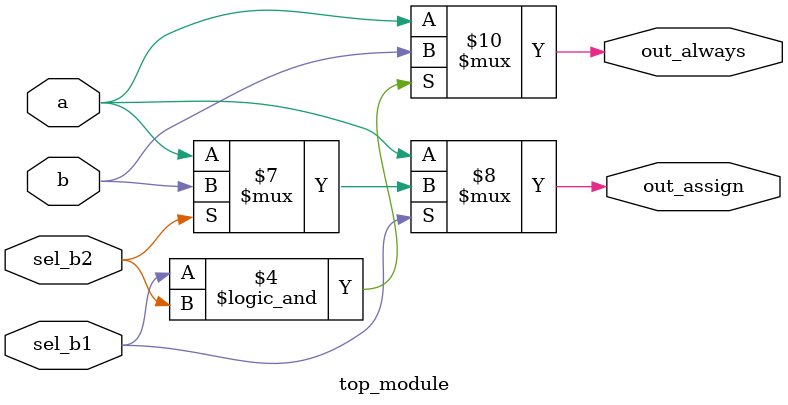
<source format=v>
/*Build a 2-to-1 mux that chooses between a and b. Choose b if both sel_b1 and sel_b2 are true. Otherwise,
 choose a. Do the same twice, once using assign statements and once using a procedural if statement.*/
 module top_module(
    input a,
    input b,
    input sel_b1,
    input sel_b2,
    output wire out_assign,
    output reg out_always   ); 
    always@(*)
        begin
            if(sel_b1==1&&sel_b2==1)
            out_always=b;
        else
            out_always=a;
    end
assign out_assign=(sel_b1==1'b1)?((sel_b2==1'b1)?b:a):a;


endmodule

</source>
